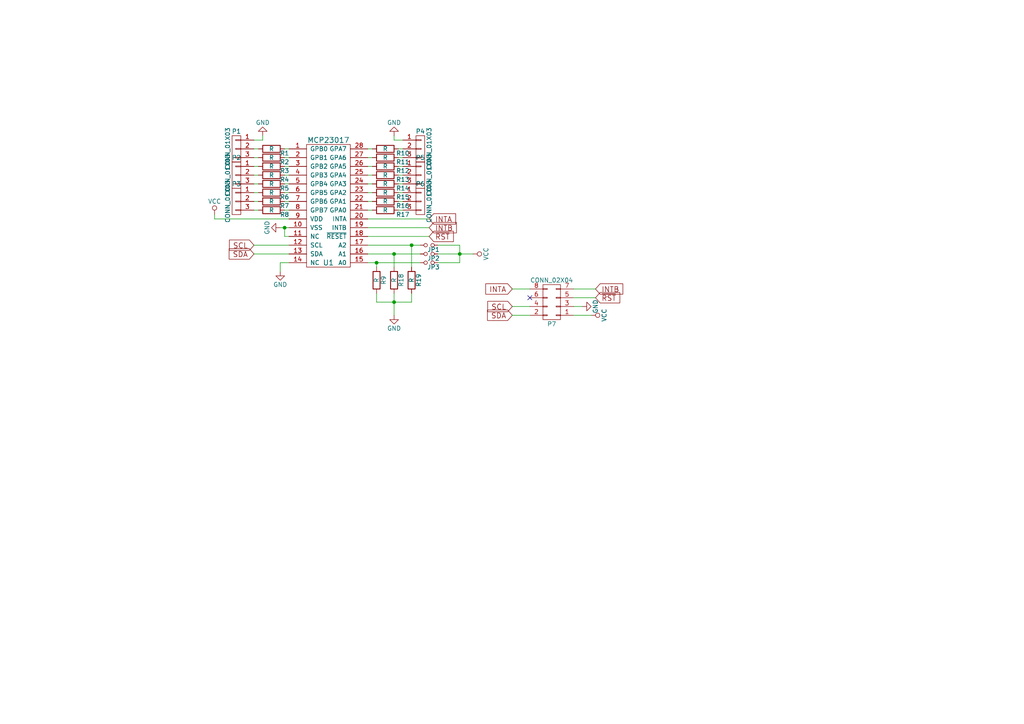
<source format=kicad_sch>
(kicad_sch (version 20230121) (generator eeschema)
  (paper "A4")
  (lib_symbols
    (symbol "relay_controller-rescue:CONN_01X03" (pin_names (offset 1.016) hide)
      (property "Reference" "P" (at 0 5.08 0))
      (property "Value" "CONN_01X03" (at 2.54 0 90))
      (symbol "CONN_01X03_0_1"
        (rectangle (start -1.27 -2.413) (end 0.254 -2.667))
        (rectangle (start -1.27 0.127) (end 0.254 -0.127))
        (rectangle (start -1.27 2.667) (end 0.254 2.413))
        (rectangle (start -1.27 3.81) (end 1.27 -3.81))
      )
      (symbol "CONN_01X03_1_1"
        (pin passive line (at -5.08 2.54 0) (length 3.81) (name "P1") (number "1"))
        (pin passive line (at -5.08 0 0) (length 3.81) (name "P2") (number "2"))
        (pin passive line (at -5.08 -2.54 0) (length 3.81) (name "P3") (number "3"))
      )
    )
    (symbol "relay_controller-rescue:CONN_02X04" (pin_names (offset 0.0254) hide)
      (property "Reference" "P" (at 0 6.35 0))
      (property "Value" "CONN_02X04" (at 0 -6.35 0))
      (symbol "CONN_02X04_0_1"
        (rectangle (start -2.54 -3.683) (end -1.27 -3.937))
        (rectangle (start -2.54 -1.143) (end -1.27 -1.397))
        (rectangle (start -2.54 1.397) (end -1.27 1.143))
        (rectangle (start -2.54 3.937) (end -1.27 3.683))
        (rectangle (start -2.54 5.08) (end 2.54 -5.08))
        (rectangle (start 1.27 -3.683) (end 2.54 -3.937))
        (rectangle (start 1.27 -1.143) (end 2.54 -1.397))
        (rectangle (start 1.27 1.397) (end 2.54 1.143))
        (rectangle (start 1.27 3.937) (end 2.54 3.683))
      )
      (symbol "CONN_02X04_1_1"
        (pin passive line (at -6.35 3.81 0) (length 3.81) (name "P1") (number "1"))
        (pin passive line (at 6.35 3.81 180) (length 3.81) (name "P2") (number "2"))
        (pin passive line (at -6.35 1.27 0) (length 3.81) (name "P3") (number "3"))
        (pin passive line (at 6.35 1.27 180) (length 3.81) (name "P4") (number "4"))
        (pin passive line (at -6.35 -1.27 0) (length 3.81) (name "P5") (number "5"))
        (pin passive line (at 6.35 -1.27 180) (length 3.81) (name "P6") (number "6"))
        (pin passive line (at -6.35 -3.81 0) (length 3.81) (name "P7") (number "7"))
        (pin passive line (at 6.35 -3.81 180) (length 3.81) (name "P8") (number "8"))
      )
    )
    (symbol "relay_controller-rescue:GND" (power) (pin_names (offset 0))
      (property "Value" "GND" (at 0 -3.81 0))
      (symbol "GND_0_1"
        (polyline (pts (xy 0 0) (xy 0 -1.27) (xy 1.27 -1.27) (xy 0 -2.54) (xy -1.27 -1.27) (xy 0 -1.27)))
      )
      (symbol "GND_1_1"
        (pin power_in line (at 0 0 270) (length 0) hide (name "GND") (number "1"))
      )
    )
    (symbol "relay_controller-rescue:Jumper_NO_Small" (pin_numbers hide) (pin_names (offset 0.762) hide)
      (property "Reference" "JP" (at 0 2.032 0))
      (symbol "Jumper_NO_Small_0_1"
        (circle (center -1.016 0) (radius 0.508))
        (circle (center 1.016 0) (radius 0.508))
        (pin passive line (at -2.54 0 0) (length 1.016) (name "1") (number "1"))
        (pin passive line (at 2.54 0 180) (length 1.016) (name "2") (number "2"))
      )
    )
    (symbol "relay_controller-rescue:MCP23017" (pin_names (offset 1.016))
      (property "Reference" "U" (at 0 -16.51 0))
      (property "Value" "MCP23017" (at 0 19.05 0))
      (symbol "MCP23017_0_1"
        (rectangle (start -6.35 17.78) (end 6.35 -17.78))
      )
      (symbol "MCP23017_1_1"
        (pin input line (at -11.43 16.51 0) (length 5.08) (name "GPB0") (number "1"))
        (pin input line (at -11.43 -6.35 0) (length 5.08) (name "VSS") (number "10"))
        (pin input line (at -11.43 -8.89 0) (length 5.08) (name "NC") (number "11"))
        (pin input line (at -11.43 -11.43 0) (length 5.08) (name "SCL") (number "12"))
        (pin input line (at -11.43 -13.97 0) (length 5.08) (name "SDA") (number "13"))
        (pin input line (at -11.43 -16.51 0) (length 5.08) (name "NC") (number "14"))
        (pin input line (at 11.43 -16.51 180) (length 5.08) (name "A0") (number "15"))
        (pin input line (at 11.43 -13.97 180) (length 5.08) (name "A1") (number "16"))
        (pin input line (at 11.43 -11.43 180) (length 5.08) (name "A2") (number "17"))
        (pin input line (at 11.43 -8.89 180) (length 5.08) (name "~{RESET}") (number "18"))
        (pin input line (at 11.43 -6.35 180) (length 5.08) (name "INTB") (number "19"))
        (pin input line (at -11.43 13.97 0) (length 5.08) (name "GPB1") (number "2"))
        (pin input line (at 11.43 -3.81 180) (length 5.08) (name "INTA") (number "20"))
        (pin input line (at 11.43 -1.27 180) (length 5.08) (name "GPA0") (number "21"))
        (pin input line (at 11.43 1.27 180) (length 5.08) (name "GPA1") (number "22"))
        (pin input line (at 11.43 3.81 180) (length 5.08) (name "GPA2") (number "23"))
        (pin input line (at 11.43 6.35 180) (length 5.08) (name "GPA3") (number "24"))
        (pin input line (at 11.43 8.89 180) (length 5.08) (name "GPA4") (number "25"))
        (pin input line (at 11.43 11.43 180) (length 5.08) (name "GPA5") (number "26"))
        (pin input line (at 11.43 13.97 180) (length 5.08) (name "GPA6") (number "27"))
        (pin input line (at 11.43 16.51 180) (length 5.08) (name "GPA7") (number "28"))
        (pin input line (at -11.43 11.43 0) (length 5.08) (name "GPB2") (number "3"))
        (pin input line (at -11.43 8.89 0) (length 5.08) (name "GPB3") (number "4"))
        (pin input line (at -11.43 6.35 0) (length 5.08) (name "GPB4") (number "5"))
        (pin input line (at -11.43 3.81 0) (length 5.08) (name "GPB5") (number "6"))
        (pin input line (at -11.43 1.27 0) (length 5.08) (name "GPB6") (number "7"))
        (pin input line (at -11.43 -1.27 0) (length 5.08) (name "GPB7") (number "8"))
        (pin input line (at -11.43 -3.81 0) (length 5.08) (name "VDD") (number "9"))
      )
    )
    (symbol "relay_controller-rescue:R" (pin_numbers hide) (pin_names (offset 0))
      (property "Reference" "R" (at 2.032 0 90))
      (property "Value" "R" (at 0 0 90))
      (symbol "R_0_1"
        (rectangle (start -1.016 -2.54) (end 1.016 2.54) (stroke (width 0.254)))
      )
      (symbol "R_1_1"
        (pin passive line (at 0 3.81 270) (length 1.27) (name "~") (number "1"))
        (pin passive line (at 0 -3.81 90) (length 1.27) (name "~") (number "2"))
      )
    )
    (symbol "relay_controller-rescue:VCC" (power) (pin_names (offset 0))
      (property "Value" "VCC" (at 0 3.81 0))
      (symbol "VCC_0_1"
        (polyline (pts (xy 0 0) (xy 0 1.27)))
        (circle (center 0 1.905) (radius 0.635))
      )
      (symbol "VCC_1_1"
        (pin power_in line (at 0 0 90) (length 0) hide (name "VCC") (number "1"))
      )
    )
  )
  (junction (at 82.55 66.04))
  (junction (at 114.3 73.66))
  (junction (at 133.35 73.66))
  (junction (at 114.3 87.63))
  (junction (at 119.38 71.12))
  (junction (at 109.22 76.2))
  (no_connect (at 153.67 86.36))
  (wire (pts (xy 106.68 73.66) (xy 114.3 73.66)))
  (wire (pts (xy 114.3 87.63) (xy 119.38 87.63)))
  (wire (pts (xy 115.57 43.18) (xy 116.84 43.18)))
  (wire (pts (xy 82.55 53.34) (xy 83.82 53.34)))
  (wire (pts (xy 115.57 48.26) (xy 116.84 48.26)))
  (wire (pts (xy 82.55 50.8) (xy 83.82 50.8)))
  (wire (pts (xy 114.3 40.64) (xy 114.3 39.37)))
  (wire (pts (xy 172.72 83.82) (xy 166.37 83.82)))
  (wire (pts (xy 114.3 73.66) (xy 114.3 77.47)))
  (wire (pts (xy 107.95 53.34) (xy 106.68 53.34)))
  (wire (pts (xy 82.55 43.18) (xy 83.82 43.18)))
  (wire (pts (xy 73.66 40.64) (xy 76.2 40.64)))
  (wire (pts (xy 107.95 55.88) (xy 106.68 55.88)))
  (wire (pts (xy 107.95 45.72) (xy 106.68 45.72)))
  (wire (pts (xy 148.59 91.44) (xy 153.67 91.44)))
  (wire (pts (xy 115.57 50.8) (xy 116.84 50.8)))
  (wire (pts (xy 106.68 63.5) (xy 124.46 63.5)))
  (wire (pts (xy 106.68 68.58) (xy 124.46 68.58)))
  (wire (pts (xy 82.55 58.42) (xy 83.82 58.42)))
  (wire (pts (xy 109.22 87.63) (xy 114.3 87.63)))
  (wire (pts (xy 153.67 83.82) (xy 148.59 83.82)))
  (wire (pts (xy 115.57 55.88) (xy 116.84 55.88)))
  (wire (pts (xy 116.84 60.96) (xy 115.57 60.96)))
  (wire (pts (xy 133.35 73.66) (xy 133.35 76.2)))
  (wire (pts (xy 74.93 53.34) (xy 73.66 53.34)))
  (wire (pts (xy 106.68 66.04) (xy 124.46 66.04)))
  (wire (pts (xy 133.35 76.2) (xy 127 76.2)))
  (wire (pts (xy 74.93 55.88) (xy 73.66 55.88)))
  (wire (pts (xy 116.84 58.42) (xy 115.57 58.42)))
  (wire (pts (xy 166.37 91.44) (xy 171.45 91.44)))
  (wire (pts (xy 119.38 71.12) (xy 119.38 77.47)))
  (wire (pts (xy 106.68 71.12) (xy 119.38 71.12)))
  (wire (pts (xy 133.35 73.66) (xy 137.16 73.66)))
  (wire (pts (xy 82.55 68.58) (xy 82.55 66.04)))
  (wire (pts (xy 76.2 40.64) (xy 76.2 39.37)))
  (wire (pts (xy 116.84 40.64) (xy 114.3 40.64)))
  (wire (pts (xy 114.3 73.66) (xy 121.92 73.66)))
  (wire (pts (xy 62.23 63.5) (xy 62.23 62.23)))
  (wire (pts (xy 133.35 71.12) (xy 133.35 73.66)))
  (wire (pts (xy 74.93 48.26) (xy 73.66 48.26)))
  (wire (pts (xy 168.91 88.9) (xy 166.37 88.9)))
  (wire (pts (xy 74.93 58.42) (xy 73.66 58.42)))
  (wire (pts (xy 62.23 63.5) (xy 83.82 63.5)))
  (wire (pts (xy 116.84 45.72) (xy 115.57 45.72)))
  (wire (pts (xy 83.82 68.58) (xy 82.55 68.58)))
  (wire (pts (xy 106.68 76.2) (xy 109.22 76.2)))
  (wire (pts (xy 82.55 48.26) (xy 83.82 48.26)))
  (wire (pts (xy 115.57 53.34) (xy 116.84 53.34)))
  (wire (pts (xy 119.38 87.63) (xy 119.38 85.09)))
  (wire (pts (xy 81.28 76.2) (xy 81.28 78.74)))
  (wire (pts (xy 119.38 71.12) (xy 121.92 71.12)))
  (wire (pts (xy 83.82 76.2) (xy 81.28 76.2)))
  (wire (pts (xy 172.72 86.36) (xy 166.37 86.36)))
  (wire (pts (xy 109.22 85.09) (xy 109.22 87.63)))
  (wire (pts (xy 107.95 60.96) (xy 106.68 60.96)))
  (wire (pts (xy 114.3 87.63) (xy 114.3 91.44)))
  (wire (pts (xy 82.55 66.04) (xy 83.82 66.04)))
  (wire (pts (xy 81.28 66.04) (xy 82.55 66.04)))
  (wire (pts (xy 74.93 60.96) (xy 73.66 60.96)))
  (wire (pts (xy 114.3 85.09) (xy 114.3 87.63)))
  (wire (pts (xy 74.93 50.8) (xy 73.66 50.8)))
  (wire (pts (xy 82.55 55.88) (xy 83.82 55.88)))
  (wire (pts (xy 153.67 88.9) (xy 148.59 88.9)))
  (wire (pts (xy 107.95 58.42) (xy 106.68 58.42)))
  (wire (pts (xy 82.55 45.72) (xy 83.82 45.72)))
  (wire (pts (xy 127 73.66) (xy 133.35 73.66)))
  (wire (pts (xy 74.93 43.18) (xy 73.66 43.18)))
  (wire (pts (xy 109.22 76.2) (xy 109.22 77.47)))
  (wire (pts (xy 82.55 60.96) (xy 83.82 60.96)))
  (wire (pts (xy 74.93 45.72) (xy 73.66 45.72)))
  (wire (pts (xy 107.95 48.26) (xy 106.68 48.26)))
  (wire (pts (xy 109.22 76.2) (xy 121.92 76.2)))
  (wire (pts (xy 83.82 71.12) (xy 73.66 71.12)))
  (wire (pts (xy 83.82 73.66) (xy 73.66 73.66)))
  (wire (pts (xy 107.95 50.8) (xy 106.68 50.8)))
  (wire (pts (xy 107.95 43.18) (xy 106.68 43.18)))
  (wire (pts (xy 127 71.12) (xy 133.35 71.12)))
  (global_label "~{RST}" (shape input) (at 172.72 86.36 0) (effects (font (size 1.524 1.524))) (property "Intersheetrefs" "${INTERSHEET_REFS}" (effects hide)))
  (global_label "SCL" (shape input) (at 148.59 88.9 180) (effects (font (size 1.524 1.524))) (property "Intersheetrefs" "${INTERSHEET_REFS}" (effects hide)))
  (global_label "INTA" (shape input) (at 124.46 63.5 0) (effects (font (size 1.524 1.524))) (property "Intersheetrefs" "${INTERSHEET_REFS}" (effects hide)))
  (global_label "SCL" (shape input) (at 73.66 71.12 180) (effects (font (size 1.524 1.524))) (property "Intersheetrefs" "${INTERSHEET_REFS}" (effects hide)))
  (global_label "~{RST}" (shape input) (at 124.46 68.58 0) (effects (font (size 1.524 1.524))) (property "Intersheetrefs" "${INTERSHEET_REFS}" (effects hide)))
  (global_label "SDA" (shape input) (at 148.59 91.44 180) (effects (font (size 1.524 1.524))) (property "Intersheetrefs" "${INTERSHEET_REFS}" (effects hide)))
  (global_label "INTB" (shape input) (at 124.46 66.04 0) (effects (font (size 1.524 1.524))) (property "Intersheetrefs" "${INTERSHEET_REFS}" (effects hide)))
  (global_label "INTB" (shape input) (at 172.72 83.82 0) (effects (font (size 1.524 1.524))) (property "Intersheetrefs" "${INTERSHEET_REFS}" (effects hide)))
  (global_label "SDA" (shape input) (at 73.66 73.66 180) (effects (font (size 1.524 1.524))) (property "Intersheetrefs" "${INTERSHEET_REFS}" (effects hide)))
  (global_label "INTA" (shape input) (at 148.59 83.82 180) (effects (font (size 1.524 1.524))) (property "Intersheetrefs" "${INTERSHEET_REFS}" (effects hide)))
  (symbol (lib_id "relay_controller-rescue:MCP23017") (at 95.25 59.69 0) (unit 1)
    (property "Reference" "U1" (at 95.25 76.2 0) (effects (font (size 1.524 1.524))))
    (property "Value" "MCP23017" (at 95.25 40.64 0) (effects (font (size 1.524 1.524))))
    (property "Footprint" "Housings_SOIC:SOIC-28_7.5x17.9mm_Pitch1.27mm" (effects hide))
  )
  (symbol (lib_id "relay_controller-rescue:Jumper_NO_Small") (at 124.46 73.66 180) (unit 1)
    (property "Reference" "JP2" (at 125.73 74.93 0))
    (property "Value" "Jumper_NO_Small" (effects hide))
    (property "Footprint" "Resistors_SMD:R_0402" (effects hide))
  )
  (symbol (lib_id "relay_controller-rescue:Jumper_NO_Small") (at 124.46 71.12 180) (unit 1)
    (property "Reference" "JP1" (at 125.73 72.39 0))
    (property "Value" "Jumper_NO_Small" (effects hide))
    (property "Footprint" "Resistors_SMD:R_0402" (effects hide))
  )
  (symbol (lib_id "relay_controller-rescue:Jumper_NO_Small") (at 124.46 76.2 180) (unit 1)
    (property "Reference" "JP3" (at 125.73 77.47 0))
    (property "Value" "Jumper_NO_Small" (effects hide))
    (property "Footprint" "Resistors_SMD:R_0402" (effects hide))
  )
  (symbol (lib_id "relay_controller-rescue:R") (at 109.22 81.28 0) (unit 1)
    (property "Reference" "R9" (at 111.252 81.28 90))
    (property "Value" "R" (at 109.22 81.28 90))
    (property "Footprint" "Resistors_SMD:R_0805" (effects hide))
  )
  (symbol (lib_id "relay_controller-rescue:R") (at 114.3 81.28 0) (unit 1)
    (property "Reference" "R18" (at 116.332 81.28 90))
    (property "Value" "R" (at 114.3 81.28 90))
    (property "Footprint" "Resistors_SMD:R_0805" (effects hide))
  )
  (symbol (lib_id "relay_controller-rescue:R") (at 119.38 81.28 0) (unit 1)
    (property "Reference" "R19" (at 121.412 81.28 90))
    (property "Value" "R" (at 119.38 81.28 90))
    (property "Footprint" "Resistors_SMD:R_0805" (effects hide))
  )
  (symbol (lib_id "relay_controller-rescue:GND") (at 114.3 91.44 0) (unit 1)
    (property "Reference" "#PWR01" (effects hide))
    (property "Value" "GND" (at 114.3 95.25 0))
  )
  (symbol (lib_id "relay_controller-rescue:VCC") (at 62.23 62.23 0) (unit 1)
    (property "Reference" "#PWR02" (effects hide))
    (property "Value" "VCC" (at 62.23 58.42 0))
  )
  (symbol (lib_id "relay_controller-rescue:GND") (at 81.28 66.04 270) (unit 1)
    (property "Reference" "#PWR03" (effects hide))
    (property "Value" "GND" (at 77.47 66.04 0))
  )
  (symbol (lib_id "relay_controller-rescue:GND") (at 81.28 78.74 0) (unit 1)
    (property "Reference" "#PWR04" (effects hide))
    (property "Value" "GND" (at 81.28 82.55 0))
  )
  (symbol (lib_id "relay_controller-rescue:VCC") (at 137.16 73.66 270) (unit 1)
    (property "Reference" "#PWR05" (effects hide))
    (property "Value" "VCC" (at 140.97 73.66 0))
  )
  (symbol (lib_id "relay_controller-rescue:R") (at 78.74 43.18 270) (unit 1)
    (property "Reference" "R1" (at 82.55 44.45 90))
    (property "Value" "R" (at 78.74 43.18 90))
    (property "Footprint" "Resistors_SMD:R_0805" (effects hide))
  )
  (symbol (lib_id "relay_controller-rescue:R") (at 78.74 45.72 270) (unit 1)
    (property "Reference" "R2" (at 82.55 46.99 90))
    (property "Value" "R" (at 78.74 45.72 90))
    (property "Footprint" "Resistors_SMD:R_0805" (effects hide))
  )
  (symbol (lib_id "relay_controller-rescue:R") (at 78.74 48.26 270) (unit 1)
    (property "Reference" "R3" (at 82.55 49.53 90))
    (property "Value" "R" (at 78.74 48.26 90))
    (property "Footprint" "Resistors_SMD:R_0805" (effects hide))
  )
  (symbol (lib_id "relay_controller-rescue:R") (at 78.74 50.8 270) (unit 1)
    (property "Reference" "R4" (at 82.55 52.07 90))
    (property "Value" "R" (at 78.74 50.8 90))
    (property "Footprint" "Resistors_SMD:R_0805" (effects hide))
  )
  (symbol (lib_id "relay_controller-rescue:R") (at 78.74 53.34 270) (unit 1)
    (property "Reference" "R5" (at 82.55 54.61 90))
    (property "Value" "R" (at 78.74 53.34 90))
    (property "Footprint" "Resistors_SMD:R_0805" (effects hide))
  )
  (symbol (lib_id "relay_controller-rescue:R") (at 78.74 55.88 270) (unit 1)
    (property "Reference" "R6" (at 82.55 57.15 90))
    (property "Value" "R" (at 78.74 55.88 90))
    (property "Footprint" "Resistors_SMD:R_0805" (effects hide))
  )
  (symbol (lib_id "relay_controller-rescue:R") (at 78.74 58.42 270) (unit 1)
    (property "Reference" "R7" (at 82.55 59.69 90))
    (property "Value" "R" (at 78.74 58.42 90))
    (property "Footprint" "Resistors_SMD:R_0805" (effects hide))
  )
  (symbol (lib_id "relay_controller-rescue:R") (at 78.74 60.96 270) (unit 1)
    (property "Reference" "R8" (at 82.55 62.23 90))
    (property "Value" "R" (at 78.74 60.96 90))
    (property "Footprint" "Resistors_SMD:R_0805" (effects hide))
  )
  (symbol (lib_id "relay_controller-rescue:R") (at 111.76 43.18 270) (unit 1)
    (property "Reference" "R10" (at 116.84 44.45 90))
    (property "Value" "R" (at 111.76 43.18 90))
    (property "Footprint" "Resistors_SMD:R_0805" (effects hide))
  )
  (symbol (lib_id "relay_controller-rescue:R") (at 111.76 45.72 270) (unit 1)
    (property "Reference" "R11" (at 116.84 46.99 90))
    (property "Value" "R" (at 111.76 45.72 90))
    (property "Footprint" "Resistors_SMD:R_0805" (effects hide))
  )
  (symbol (lib_id "relay_controller-rescue:R") (at 111.76 48.26 270) (unit 1)
    (property "Reference" "R12" (at 116.84 49.53 90))
    (property "Value" "R" (at 111.76 48.26 90))
    (property "Footprint" "Resistors_SMD:R_0805" (effects hide))
  )
  (symbol (lib_id "relay_controller-rescue:R") (at 111.76 50.8 270) (unit 1)
    (property "Reference" "R13" (at 116.84 52.07 90))
    (property "Value" "R" (at 111.76 50.8 90))
    (property "Footprint" "Resistors_SMD:R_0805" (effects hide))
  )
  (symbol (lib_id "relay_controller-rescue:R") (at 111.76 53.34 270) (unit 1)
    (property "Reference" "R14" (at 116.84 54.61 90))
    (property "Value" "R" (at 111.76 53.34 90))
    (property "Footprint" "Resistors_SMD:R_0805" (effects hide))
  )
  (symbol (lib_id "relay_controller-rescue:R") (at 111.76 55.88 270) (unit 1)
    (property "Reference" "R15" (at 116.84 57.15 90))
    (property "Value" "R" (at 111.76 55.88 90))
    (property "Footprint" "Resistors_SMD:R_0805" (effects hide))
  )
  (symbol (lib_id "relay_controller-rescue:R") (at 111.76 58.42 270) (unit 1)
    (property "Reference" "R16" (at 116.84 59.69 90))
    (property "Value" "R" (at 111.76 58.42 90))
    (property "Footprint" "Resistors_SMD:R_0805" (effects hide))
  )
  (symbol (lib_id "relay_controller-rescue:R") (at 111.76 60.96 270) (unit 1)
    (property "Reference" "R17" (at 116.84 62.23 90))
    (property "Value" "R" (at 111.76 60.96 90))
    (property "Footprint" "Resistors_SMD:R_0805" (effects hide))
  )
  (symbol (lib_id "relay_controller-rescue:CONN_01X03") (at 68.58 58.42 0) (mirror y) (unit 1)
    (property "Reference" "P3" (at 68.58 53.34 0))
    (property "Value" "CONN_01X03" (at 66.04 58.42 90))
    (property "Footprint" ".pretty:card_edge_3_conductor" (effects hide))
  )
  (symbol (lib_id "relay_controller-rescue:CONN_01X03") (at 68.58 50.8 0) (mirror y) (unit 1)
    (property "Reference" "P2" (at 68.58 45.72 0))
    (property "Value" "CONN_01X03" (at 66.04 50.8 90))
    (property "Footprint" ".pretty:card_edge_3_conductor" (effects hide))
  )
  (symbol (lib_id "relay_controller-rescue:CONN_01X03") (at 68.58 43.18 0) (mirror y) (unit 1)
    (property "Reference" "P1" (at 68.58 38.1 0))
    (property "Value" "CONN_01X03" (at 66.04 43.18 90))
    (property "Footprint" ".pretty:card_edge_3_conductor" (effects hide))
  )
  (symbol (lib_id "relay_controller-rescue:GND") (at 76.2 39.37 180) (unit 1)
    (property "Reference" "#PWR06" (effects hide))
    (property "Value" "GND" (at 76.2 35.56 0))
  )
  (symbol (lib_id "relay_controller-rescue:CONN_01X03") (at 121.92 43.18 0) (unit 1)
    (property "Reference" "P4" (at 121.92 38.1 0))
    (property "Value" "CONN_01X03" (at 124.46 43.18 90))
    (property "Footprint" ".pretty:card_edge_3_conductor" (effects hide))
  )
  (symbol (lib_id "relay_controller-rescue:CONN_01X03") (at 121.92 50.8 0) (unit 1)
    (property "Reference" "P5" (at 121.92 45.72 0))
    (property "Value" "CONN_01X03" (at 124.46 50.8 90))
    (property "Footprint" ".pretty:card_edge_3_conductor" (effects hide))
  )
  (symbol (lib_id "relay_controller-rescue:CONN_01X03") (at 121.92 58.42 0) (unit 1)
    (property "Reference" "P6" (at 121.92 53.34 0))
    (property "Value" "CONN_01X03" (at 124.46 58.42 90))
    (property "Footprint" ".pretty:card_edge_3_conductor" (effects hide))
  )
  (symbol (lib_id "relay_controller-rescue:GND") (at 114.3 39.37 180) (unit 1)
    (property "Reference" "#PWR07" (effects hide))
    (property "Value" "GND" (at 114.3 35.56 0))
  )
  (symbol (lib_id "relay_controller-rescue:CONN_02X04") (at 160.02 87.63 180) (unit 1)
    (property "Reference" "P7" (at 160.02 93.98 0))
    (property "Value" "CONN_02X04" (at 160.02 81.28 0))
    (property "Footprint" "Socket_Strips:Socket_Strip_Straight_2x04" (effects hide))
  )
  (symbol (lib_id "relay_controller-rescue:VCC") (at 171.45 91.44 270) (unit 1)
    (property "Reference" "#PWR08" (effects hide))
    (property "Value" "VCC" (at 175.26 91.44 0))
  )
  (symbol (lib_id "relay_controller-rescue:GND") (at 168.91 88.9 90) (unit 1)
    (property "Reference" "#PWR09" (effects hide))
    (property "Value" "GND" (at 172.72 88.9 0))
  )
)
</source>
